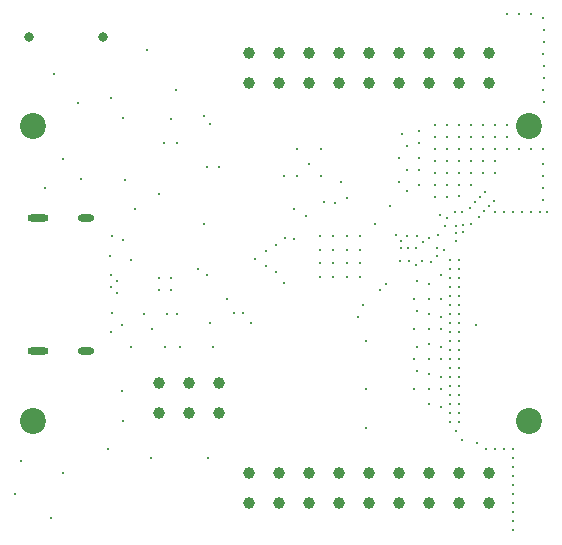
<source format=gbr>
%TF.GenerationSoftware,Altium Limited,Altium Designer Develop,26.0.0 (27)*%
G04 Layer_Color=0*
%FSLAX45Y45*%
%MOMM*%
%TF.SameCoordinates,D5E2BA32-6F81-40A5-AA13-F30F529DFF44*%
%TF.FilePolarity,Positive*%
%TF.FileFunction,Plated,1,4,PTH,Drill*%
%TF.Part,Single*%
G01*
G75*
%TA.AperFunction,ComponentDrill*%
%ADD87C,2.20000*%
%ADD88C,1.00000*%
%ADD89C,0.30000*%
%ADD90C,1.00000*%
%ADD91C,0.80000*%
%ADD92O,1.40000X0.60000*%
%ADD93O,1.80000X0.60000*%
%TA.AperFunction,ViaDrill,NotFilled*%
%ADD94C,0.30000*%
D87*
X4400000Y1000000D02*
D03*
X200000Y3500000D02*
D03*
Y1000000D02*
D03*
X4400000Y3500000D02*
D03*
D88*
X4064000Y4114800D02*
D03*
X3810000D02*
D03*
X3302000Y558800D02*
D03*
X1524000Y1066800D02*
D03*
X3556000Y3860800D02*
D03*
X4064000Y558800D02*
D03*
X2540000Y4114800D02*
D03*
X3556000Y304800D02*
D03*
X3048000D02*
D03*
X3810000D02*
D03*
Y558800D02*
D03*
X4064000Y304800D02*
D03*
X2794000Y4114800D02*
D03*
X2540000Y3860800D02*
D03*
X2286000D02*
D03*
Y4114800D02*
D03*
X2032000Y3860800D02*
D03*
X3810000D02*
D03*
X4064000D02*
D03*
X1524000Y1320800D02*
D03*
X1778000Y1066800D02*
D03*
X1270000Y1320800D02*
D03*
Y1066800D02*
D03*
D89*
X3950847Y1814200D02*
D03*
D90*
X2794000Y3860800D02*
D03*
X3556000Y4114800D02*
D03*
X1778000Y1320800D02*
D03*
X2032000Y304800D02*
D03*
Y558800D02*
D03*
X2286000Y304800D02*
D03*
Y558800D02*
D03*
X2540000Y304800D02*
D03*
Y558800D02*
D03*
X2794000Y304800D02*
D03*
Y558800D02*
D03*
X3556000D02*
D03*
X3302000Y3860800D02*
D03*
X3048000Y558800D02*
D03*
X3302000Y304800D02*
D03*
X2032000Y4114800D02*
D03*
X3302000D02*
D03*
X3048000Y3860800D02*
D03*
Y4114800D02*
D03*
D91*
X797600Y4256400D02*
D03*
X167600D02*
D03*
D92*
X647000Y2721400D02*
D03*
Y1597400D02*
D03*
D93*
X247000Y2721400D02*
D03*
Y1597400D02*
D03*
D94*
X4419600Y4445000D02*
D03*
X4318000D02*
D03*
X4216400D02*
D03*
X4526377Y3705315D02*
D03*
X4522760Y3807184D02*
D03*
X4526377Y3908515D02*
D03*
Y4010115D02*
D03*
X4522760Y4111984D02*
D03*
X4526377Y4213315D02*
D03*
Y4314915D02*
D03*
X4522760Y4416784D02*
D03*
X4554220Y2768600D02*
D03*
X4521200Y2870200D02*
D03*
Y3073400D02*
D03*
X4517583Y3175269D02*
D03*
X4521200Y2971800D02*
D03*
X458501Y3220903D02*
D03*
X1168400Y4140200D02*
D03*
X1411001Y3806373D02*
D03*
X4216400Y3403600D02*
D03*
X4212783Y3505469D02*
D03*
X4318000Y3302000D02*
D03*
X4216400D02*
D03*
X4114800Y3403600D02*
D03*
Y3505200D02*
D03*
Y3302000D02*
D03*
X4521200D02*
D03*
X4419600D02*
D03*
X4114800Y3200400D02*
D03*
X4013200Y3098800D02*
D03*
X4114800D02*
D03*
X4013200Y3505200D02*
D03*
X3911600Y3403600D02*
D03*
X3810000Y3505200D02*
D03*
X3911600D02*
D03*
X4013200Y3302000D02*
D03*
Y3403600D02*
D03*
Y3200400D02*
D03*
X3911600D02*
D03*
Y3302000D02*
D03*
Y3098800D02*
D03*
X4109166Y2865842D02*
D03*
X4064264Y2820941D02*
D03*
X4032446Y2942562D02*
D03*
X4019363Y2776039D02*
D03*
X4419077Y2768305D02*
D03*
X4342877D02*
D03*
X4495277D02*
D03*
X4190477D02*
D03*
X4114277D02*
D03*
X4266677D02*
D03*
X3987544Y2897661D02*
D03*
X3911600Y2997200D02*
D03*
X3942643Y2852759D02*
D03*
X3897742Y2807858D02*
D03*
X3835400Y2770500D02*
D03*
X3974462Y2731138D02*
D03*
X3911600Y2667000D02*
D03*
X3843020Y2664460D02*
D03*
X3840480Y2600960D02*
D03*
X3810000Y3302000D02*
D03*
Y3403600D02*
D03*
Y3200400D02*
D03*
X3708400D02*
D03*
Y3403600D02*
D03*
Y3505200D02*
D03*
Y3302000D02*
D03*
X3810000Y3098800D02*
D03*
X3708400Y2997200D02*
D03*
X3810000D02*
D03*
X3708400Y3098800D02*
D03*
X3606800D02*
D03*
Y2997200D02*
D03*
Y3403600D02*
D03*
Y3505200D02*
D03*
Y3302000D02*
D03*
X3470000Y3352800D02*
D03*
Y3454400D02*
D03*
Y3225800D02*
D03*
X3606800Y3200400D02*
D03*
X3470000Y2997200D02*
D03*
Y3124200D02*
D03*
X3809760Y2906000D02*
D03*
X3771900Y2768600D02*
D03*
X3784600Y2654300D02*
D03*
X3708400Y2895600D02*
D03*
X3704625Y2720100D02*
D03*
X3687720Y2654300D02*
D03*
X3784600Y2527300D02*
D03*
Y2590800D02*
D03*
X3627230Y2573130D02*
D03*
X3606800Y2895600D02*
D03*
X3454400Y2565400D02*
D03*
X3556000Y2552700D02*
D03*
X3365500Y2565400D02*
D03*
X3810000Y1828800D02*
D03*
Y1905000D02*
D03*
Y1752600D02*
D03*
Y2057400D02*
D03*
Y2133600D02*
D03*
Y1981200D02*
D03*
Y1371600D02*
D03*
Y1447800D02*
D03*
Y1295400D02*
D03*
Y1600200D02*
D03*
Y1676400D02*
D03*
Y1524000D02*
D03*
Y2286000D02*
D03*
Y2362200D02*
D03*
Y2209800D02*
D03*
X3733800Y1981200D02*
D03*
Y1905000D02*
D03*
Y1371600D02*
D03*
Y1524000D02*
D03*
Y1295400D02*
D03*
Y1676400D02*
D03*
Y1828800D02*
D03*
Y1600200D02*
D03*
X4267200Y609600D02*
D03*
Y685800D02*
D03*
Y533400D02*
D03*
X4191000Y762000D02*
D03*
X4114800D02*
D03*
X4267200D02*
D03*
Y152400D02*
D03*
Y228600D02*
D03*
Y76200D02*
D03*
Y381000D02*
D03*
Y457200D02*
D03*
Y304800D02*
D03*
X3810000Y1143000D02*
D03*
Y1219200D02*
D03*
Y1066800D02*
D03*
X3733800Y1143000D02*
D03*
Y1219200D02*
D03*
Y1066800D02*
D03*
X3962400Y812800D02*
D03*
X3835400Y838200D02*
D03*
X4038600Y762000D02*
D03*
X3810000Y990600D02*
D03*
X3733800D02*
D03*
X3784600Y914400D02*
D03*
X3619500Y2400300D02*
D03*
Y2463800D02*
D03*
X3733800Y2362200D02*
D03*
X3568700Y2349500D02*
D03*
X3733800Y2133600D02*
D03*
Y2209800D02*
D03*
Y2057400D02*
D03*
Y2286000D02*
D03*
X3657600Y2235200D02*
D03*
X3556000Y2159000D02*
D03*
X3502660Y2514600D02*
D03*
X3441700Y2463800D02*
D03*
X3378200D02*
D03*
X3495040Y2354580D02*
D03*
X3441700Y2321560D02*
D03*
X3454400Y2184400D02*
D03*
X3385820Y2352040D02*
D03*
X3429000Y2032000D02*
D03*
X3733800Y1752600D02*
D03*
X3657600Y1625600D02*
D03*
Y1524000D02*
D03*
Y1879600D02*
D03*
Y2032000D02*
D03*
Y1778000D02*
D03*
X3733800Y1447800D02*
D03*
X3657600Y1270000D02*
D03*
Y1117600D02*
D03*
Y1371600D02*
D03*
X3556000Y1270000D02*
D03*
Y1143000D02*
D03*
Y1778000D02*
D03*
Y1905000D02*
D03*
Y1651000D02*
D03*
Y2032000D02*
D03*
X3454400Y1930400D02*
D03*
X3429000Y1778000D02*
D03*
X3556000Y1524000D02*
D03*
X3454400Y1422400D02*
D03*
X3556000Y1397000D02*
D03*
X3454400Y1625600D02*
D03*
X3429000Y1524000D02*
D03*
Y1270000D02*
D03*
X3368400Y3326949D02*
D03*
X3327400Y3429000D02*
D03*
X3368400Y2946400D02*
D03*
Y3124200D02*
D03*
X3302000Y3022600D02*
D03*
Y3225800D02*
D03*
X2641600Y3302000D02*
D03*
Y3073400D02*
D03*
X2755900Y2844800D02*
D03*
X3225800Y2819400D02*
D03*
X2971800Y2565400D02*
D03*
X2857500D02*
D03*
X2743200D02*
D03*
X2628900D02*
D03*
X2438400Y3302000D02*
D03*
X2540000Y3175000D02*
D03*
X965994Y3566940D02*
D03*
X1371600Y3556000D02*
D03*
X1676400Y3149600D02*
D03*
X2438400Y3073400D02*
D03*
X2324100D02*
D03*
X1778000Y3149600D02*
D03*
X2509520Y2733040D02*
D03*
X1270000Y2921000D02*
D03*
X1651000Y2667000D02*
D03*
X977354Y3042083D02*
D03*
X870881Y2565400D02*
D03*
X299720Y2976880D02*
D03*
X3314700Y2527300D02*
D03*
Y2463800D02*
D03*
X3312160Y2352040D02*
D03*
X2971800Y2451100D02*
D03*
X2857500D02*
D03*
X2743200D02*
D03*
X2628900D02*
D03*
X2971800Y2222500D02*
D03*
Y2336800D02*
D03*
X3022600Y939800D02*
D03*
Y1270000D02*
D03*
Y1676400D02*
D03*
X2857500Y2336800D02*
D03*
X2743200Y2222500D02*
D03*
X2857500D02*
D03*
X2743200Y2336800D02*
D03*
X2628900D02*
D03*
Y2222500D02*
D03*
X2954243Y1883528D02*
D03*
X2049030Y1829497D02*
D03*
X1600200Y2286000D02*
D03*
X1270000Y2209800D02*
D03*
X1371600D02*
D03*
Y2108200D02*
D03*
X1270000D02*
D03*
X1206500Y1778000D02*
D03*
X964300Y2530072D02*
D03*
X952500Y1816100D02*
D03*
X1682944Y687699D02*
D03*
X1198413Y686158D02*
D03*
X1029100Y1625600D02*
D03*
X864900Y1752600D02*
D03*
X838200Y762000D02*
D03*
X355600Y177800D02*
D03*
X50800Y381000D02*
D03*
X457200Y558800D02*
D03*
X3644900Y2743200D02*
D03*
X3684819Y2447646D02*
D03*
X2997200Y1981200D02*
D03*
X1028700Y2362200D02*
D03*
X1308100Y3352800D02*
D03*
X1422400D02*
D03*
X952500Y1257300D02*
D03*
X910747Y2186244D02*
D03*
X908953Y2083165D02*
D03*
X1727200Y1625600D02*
D03*
X1676400Y2235200D02*
D03*
X1143000Y1905000D02*
D03*
X1447800Y1625600D02*
D03*
X1422400Y1905000D02*
D03*
X1339300D02*
D03*
X1320800Y1625600D02*
D03*
X863600Y2235200D02*
D03*
X864147Y2132945D02*
D03*
X584200Y3695700D02*
D03*
X1066800Y2794000D02*
D03*
X965200Y1003300D02*
D03*
X2856948Y2887601D02*
D03*
X3271520Y2575560D02*
D03*
X1701800Y1828800D02*
D03*
X1905000Y1917700D02*
D03*
X1981200D02*
D03*
X2806700Y3027680D02*
D03*
X2260600Y2489200D02*
D03*
X1651800Y3585229D02*
D03*
X2324100Y2171700D02*
D03*
X2260600Y2260600D02*
D03*
X863600Y3733800D02*
D03*
X3098800Y2667000D02*
D03*
X381000Y3937000D02*
D03*
X2413000Y2794000D02*
D03*
X850900Y2400300D02*
D03*
X3136900Y2108200D02*
D03*
X3187700Y2159000D02*
D03*
X2171700Y2311400D02*
D03*
X1841500Y2032000D02*
D03*
X2171700Y2438400D02*
D03*
X2662654Y2856685D02*
D03*
X2409239Y2540000D02*
D03*
X2336800Y2552700D02*
D03*
X2082977Y2374723D02*
D03*
X101600Y660400D02*
D03*
X609600Y3048000D02*
D03*
X874600Y1919400D02*
D03*
X1700819Y3519849D02*
D03*
%TF.MD5,3a066e40f9c4805f973055c3c6512c00*%
M02*

</source>
